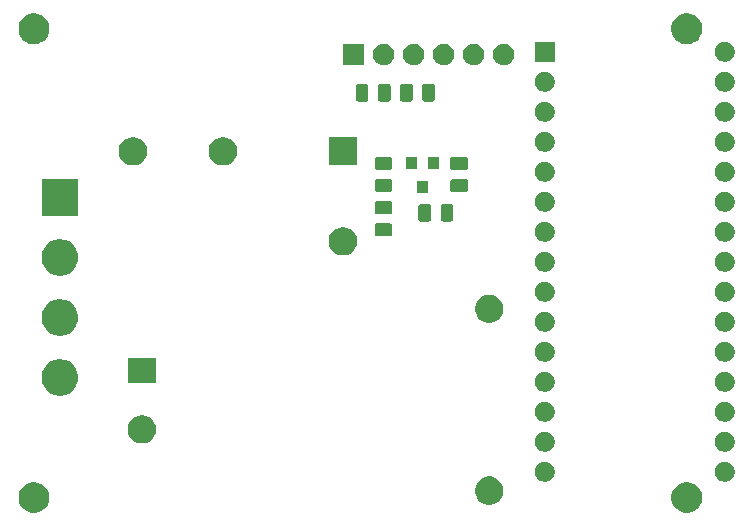
<source format=gbr>
%TF.GenerationSoftware,KiCad,Pcbnew,(5.1.5)-3*%
%TF.CreationDate,2020-10-03T11:48:18-03:00*%
%TF.ProjectId,interruptor_bluetooth V1.0,696e7465-7272-4757-9074-6f725f626c75,rev?*%
%TF.SameCoordinates,Original*%
%TF.FileFunction,Soldermask,Top*%
%TF.FilePolarity,Negative*%
%FSLAX46Y46*%
G04 Gerber Fmt 4.6, Leading zero omitted, Abs format (unit mm)*
G04 Created by KiCad (PCBNEW (5.1.5)-3) date 2020-10-03 11:48:18*
%MOMM*%
%LPD*%
G04 APERTURE LIST*
%ADD10C,0.100000*%
G04 APERTURE END LIST*
D10*
G36*
X189203087Y-102939796D02*
G01*
X189439853Y-103037868D01*
X189439855Y-103037869D01*
X189652939Y-103180247D01*
X189834153Y-103361461D01*
X189920182Y-103490212D01*
X189976532Y-103574547D01*
X190074604Y-103811313D01*
X190124600Y-104062661D01*
X190124600Y-104318939D01*
X190074604Y-104570287D01*
X189976532Y-104807053D01*
X189976531Y-104807055D01*
X189834153Y-105020139D01*
X189652939Y-105201353D01*
X189439855Y-105343731D01*
X189439854Y-105343732D01*
X189439853Y-105343732D01*
X189203087Y-105441804D01*
X188951739Y-105491800D01*
X188695461Y-105491800D01*
X188444113Y-105441804D01*
X188207347Y-105343732D01*
X188207346Y-105343732D01*
X188207345Y-105343731D01*
X187994261Y-105201353D01*
X187813047Y-105020139D01*
X187670669Y-104807055D01*
X187670668Y-104807053D01*
X187572596Y-104570287D01*
X187522600Y-104318939D01*
X187522600Y-104062661D01*
X187572596Y-103811313D01*
X187670668Y-103574547D01*
X187727019Y-103490212D01*
X187813047Y-103361461D01*
X187994261Y-103180247D01*
X188207345Y-103037869D01*
X188207347Y-103037868D01*
X188444113Y-102939796D01*
X188695461Y-102889800D01*
X188951739Y-102889800D01*
X189203087Y-102939796D01*
G37*
G36*
X133919987Y-102939796D02*
G01*
X134156753Y-103037868D01*
X134156755Y-103037869D01*
X134369839Y-103180247D01*
X134551053Y-103361461D01*
X134637082Y-103490212D01*
X134693432Y-103574547D01*
X134791504Y-103811313D01*
X134841500Y-104062661D01*
X134841500Y-104318939D01*
X134791504Y-104570287D01*
X134693432Y-104807053D01*
X134693431Y-104807055D01*
X134551053Y-105020139D01*
X134369839Y-105201353D01*
X134156755Y-105343731D01*
X134156754Y-105343732D01*
X134156753Y-105343732D01*
X133919987Y-105441804D01*
X133668639Y-105491800D01*
X133412361Y-105491800D01*
X133161013Y-105441804D01*
X132924247Y-105343732D01*
X132924246Y-105343732D01*
X132924245Y-105343731D01*
X132711161Y-105201353D01*
X132529947Y-105020139D01*
X132387569Y-104807055D01*
X132387568Y-104807053D01*
X132289496Y-104570287D01*
X132239500Y-104318939D01*
X132239500Y-104062661D01*
X132289496Y-103811313D01*
X132387568Y-103574547D01*
X132443919Y-103490212D01*
X132529947Y-103361461D01*
X132711161Y-103180247D01*
X132924245Y-103037869D01*
X132924247Y-103037868D01*
X133161013Y-102939796D01*
X133412361Y-102889800D01*
X133668639Y-102889800D01*
X133919987Y-102939796D01*
G37*
G36*
X172434818Y-102453653D02*
G01*
X172653385Y-102544187D01*
X172653387Y-102544188D01*
X172850093Y-102675622D01*
X173017378Y-102842907D01*
X173148812Y-103039613D01*
X173148813Y-103039615D01*
X173239347Y-103258182D01*
X173285500Y-103490210D01*
X173285500Y-103726790D01*
X173239347Y-103958818D01*
X173148813Y-104177385D01*
X173148812Y-104177387D01*
X173017378Y-104374093D01*
X172850093Y-104541378D01*
X172653387Y-104672812D01*
X172653386Y-104672813D01*
X172653385Y-104672813D01*
X172434818Y-104763347D01*
X172202790Y-104809500D01*
X171966210Y-104809500D01*
X171734182Y-104763347D01*
X171515615Y-104672813D01*
X171515614Y-104672813D01*
X171515613Y-104672812D01*
X171318907Y-104541378D01*
X171151622Y-104374093D01*
X171020188Y-104177387D01*
X171020187Y-104177385D01*
X170929653Y-103958818D01*
X170883500Y-103726790D01*
X170883500Y-103490210D01*
X170929653Y-103258182D01*
X171020187Y-103039615D01*
X171020188Y-103039613D01*
X171151622Y-102842907D01*
X171318907Y-102675622D01*
X171515613Y-102544188D01*
X171515615Y-102544187D01*
X171734182Y-102453653D01*
X171966210Y-102407500D01*
X172202790Y-102407500D01*
X172434818Y-102453653D01*
G37*
G36*
X192272228Y-101188103D02*
G01*
X192427100Y-101252253D01*
X192566481Y-101345385D01*
X192685015Y-101463919D01*
X192778147Y-101603300D01*
X192842297Y-101758172D01*
X192875000Y-101922584D01*
X192875000Y-102090216D01*
X192842297Y-102254628D01*
X192778147Y-102409500D01*
X192685015Y-102548881D01*
X192566481Y-102667415D01*
X192427100Y-102760547D01*
X192272228Y-102824697D01*
X192107816Y-102857400D01*
X191940184Y-102857400D01*
X191775772Y-102824697D01*
X191620900Y-102760547D01*
X191481519Y-102667415D01*
X191362985Y-102548881D01*
X191269853Y-102409500D01*
X191205703Y-102254628D01*
X191173000Y-102090216D01*
X191173000Y-101922584D01*
X191205703Y-101758172D01*
X191269853Y-101603300D01*
X191362985Y-101463919D01*
X191481519Y-101345385D01*
X191620900Y-101252253D01*
X191775772Y-101188103D01*
X191940184Y-101155400D01*
X192107816Y-101155400D01*
X192272228Y-101188103D01*
G37*
G36*
X177032228Y-101188103D02*
G01*
X177187100Y-101252253D01*
X177326481Y-101345385D01*
X177445015Y-101463919D01*
X177538147Y-101603300D01*
X177602297Y-101758172D01*
X177635000Y-101922584D01*
X177635000Y-102090216D01*
X177602297Y-102254628D01*
X177538147Y-102409500D01*
X177445015Y-102548881D01*
X177326481Y-102667415D01*
X177187100Y-102760547D01*
X177032228Y-102824697D01*
X176867816Y-102857400D01*
X176700184Y-102857400D01*
X176535772Y-102824697D01*
X176380900Y-102760547D01*
X176241519Y-102667415D01*
X176122985Y-102548881D01*
X176029853Y-102409500D01*
X175965703Y-102254628D01*
X175933000Y-102090216D01*
X175933000Y-101922584D01*
X175965703Y-101758172D01*
X176029853Y-101603300D01*
X176122985Y-101463919D01*
X176241519Y-101345385D01*
X176380900Y-101252253D01*
X176535772Y-101188103D01*
X176700184Y-101155400D01*
X176867816Y-101155400D01*
X177032228Y-101188103D01*
G37*
G36*
X192272228Y-98648103D02*
G01*
X192427100Y-98712253D01*
X192566481Y-98805385D01*
X192685015Y-98923919D01*
X192778147Y-99063300D01*
X192842297Y-99218172D01*
X192875000Y-99382584D01*
X192875000Y-99550216D01*
X192842297Y-99714628D01*
X192778147Y-99869500D01*
X192685015Y-100008881D01*
X192566481Y-100127415D01*
X192427100Y-100220547D01*
X192272228Y-100284697D01*
X192107816Y-100317400D01*
X191940184Y-100317400D01*
X191775772Y-100284697D01*
X191620900Y-100220547D01*
X191481519Y-100127415D01*
X191362985Y-100008881D01*
X191269853Y-99869500D01*
X191205703Y-99714628D01*
X191173000Y-99550216D01*
X191173000Y-99382584D01*
X191205703Y-99218172D01*
X191269853Y-99063300D01*
X191362985Y-98923919D01*
X191481519Y-98805385D01*
X191620900Y-98712253D01*
X191775772Y-98648103D01*
X191940184Y-98615400D01*
X192107816Y-98615400D01*
X192272228Y-98648103D01*
G37*
G36*
X177032228Y-98648103D02*
G01*
X177187100Y-98712253D01*
X177326481Y-98805385D01*
X177445015Y-98923919D01*
X177538147Y-99063300D01*
X177602297Y-99218172D01*
X177635000Y-99382584D01*
X177635000Y-99550216D01*
X177602297Y-99714628D01*
X177538147Y-99869500D01*
X177445015Y-100008881D01*
X177326481Y-100127415D01*
X177187100Y-100220547D01*
X177032228Y-100284697D01*
X176867816Y-100317400D01*
X176700184Y-100317400D01*
X176535772Y-100284697D01*
X176380900Y-100220547D01*
X176241519Y-100127415D01*
X176122985Y-100008881D01*
X176029853Y-99869500D01*
X175965703Y-99714628D01*
X175933000Y-99550216D01*
X175933000Y-99382584D01*
X175965703Y-99218172D01*
X176029853Y-99063300D01*
X176122985Y-98923919D01*
X176241519Y-98805385D01*
X176380900Y-98712253D01*
X176535772Y-98648103D01*
X176700184Y-98615400D01*
X176867816Y-98615400D01*
X177032228Y-98648103D01*
G37*
G36*
X143034818Y-97253653D02*
G01*
X143253385Y-97344187D01*
X143253387Y-97344188D01*
X143450093Y-97475622D01*
X143617378Y-97642907D01*
X143748812Y-97839613D01*
X143748813Y-97839615D01*
X143839347Y-98058182D01*
X143885500Y-98290210D01*
X143885500Y-98526790D01*
X143839347Y-98758818D01*
X143820058Y-98805385D01*
X143748812Y-98977387D01*
X143617378Y-99174093D01*
X143450093Y-99341378D01*
X143253387Y-99472812D01*
X143253386Y-99472813D01*
X143253385Y-99472813D01*
X143034818Y-99563347D01*
X142802790Y-99609500D01*
X142566210Y-99609500D01*
X142334182Y-99563347D01*
X142115615Y-99472813D01*
X142115614Y-99472813D01*
X142115613Y-99472812D01*
X141918907Y-99341378D01*
X141751622Y-99174093D01*
X141620188Y-98977387D01*
X141548942Y-98805385D01*
X141529653Y-98758818D01*
X141483500Y-98526790D01*
X141483500Y-98290210D01*
X141529653Y-98058182D01*
X141620187Y-97839615D01*
X141620188Y-97839613D01*
X141751622Y-97642907D01*
X141918907Y-97475622D01*
X142115613Y-97344188D01*
X142115615Y-97344187D01*
X142334182Y-97253653D01*
X142566210Y-97207500D01*
X142802790Y-97207500D01*
X143034818Y-97253653D01*
G37*
G36*
X192272228Y-96108103D02*
G01*
X192427100Y-96172253D01*
X192566481Y-96265385D01*
X192685015Y-96383919D01*
X192778147Y-96523300D01*
X192842297Y-96678172D01*
X192875000Y-96842584D01*
X192875000Y-97010216D01*
X192842297Y-97174628D01*
X192778147Y-97329500D01*
X192685015Y-97468881D01*
X192566481Y-97587415D01*
X192427100Y-97680547D01*
X192272228Y-97744697D01*
X192107816Y-97777400D01*
X191940184Y-97777400D01*
X191775772Y-97744697D01*
X191620900Y-97680547D01*
X191481519Y-97587415D01*
X191362985Y-97468881D01*
X191269853Y-97329500D01*
X191205703Y-97174628D01*
X191173000Y-97010216D01*
X191173000Y-96842584D01*
X191205703Y-96678172D01*
X191269853Y-96523300D01*
X191362985Y-96383919D01*
X191481519Y-96265385D01*
X191620900Y-96172253D01*
X191775772Y-96108103D01*
X191940184Y-96075400D01*
X192107816Y-96075400D01*
X192272228Y-96108103D01*
G37*
G36*
X177032228Y-96108103D02*
G01*
X177187100Y-96172253D01*
X177326481Y-96265385D01*
X177445015Y-96383919D01*
X177538147Y-96523300D01*
X177602297Y-96678172D01*
X177635000Y-96842584D01*
X177635000Y-97010216D01*
X177602297Y-97174628D01*
X177538147Y-97329500D01*
X177445015Y-97468881D01*
X177326481Y-97587415D01*
X177187100Y-97680547D01*
X177032228Y-97744697D01*
X176867816Y-97777400D01*
X176700184Y-97777400D01*
X176535772Y-97744697D01*
X176380900Y-97680547D01*
X176241519Y-97587415D01*
X176122985Y-97468881D01*
X176029853Y-97329500D01*
X175965703Y-97174628D01*
X175933000Y-97010216D01*
X175933000Y-96842584D01*
X175965703Y-96678172D01*
X176029853Y-96523300D01*
X176122985Y-96383919D01*
X176241519Y-96265385D01*
X176380900Y-96172253D01*
X176535772Y-96108103D01*
X176700184Y-96075400D01*
X176867816Y-96075400D01*
X177032228Y-96108103D01*
G37*
G36*
X136029190Y-92507415D02*
G01*
X136190010Y-92539404D01*
X136472274Y-92656321D01*
X136726305Y-92826059D01*
X136942341Y-93042095D01*
X137112079Y-93296126D01*
X137228996Y-93578390D01*
X137228996Y-93578391D01*
X137288600Y-93878039D01*
X137288600Y-94183561D01*
X137258798Y-94333385D01*
X137228996Y-94483210D01*
X137112079Y-94765474D01*
X136942341Y-95019505D01*
X136726305Y-95235541D01*
X136472274Y-95405279D01*
X136190010Y-95522196D01*
X136040185Y-95551998D01*
X135890361Y-95581800D01*
X135584839Y-95581800D01*
X135435015Y-95551998D01*
X135285190Y-95522196D01*
X135002926Y-95405279D01*
X134748895Y-95235541D01*
X134532859Y-95019505D01*
X134363121Y-94765474D01*
X134246204Y-94483210D01*
X134216402Y-94333385D01*
X134186600Y-94183561D01*
X134186600Y-93878039D01*
X134246204Y-93578391D01*
X134246204Y-93578390D01*
X134363121Y-93296126D01*
X134532859Y-93042095D01*
X134748895Y-92826059D01*
X135002926Y-92656321D01*
X135285190Y-92539404D01*
X135446010Y-92507415D01*
X135584839Y-92479800D01*
X135890361Y-92479800D01*
X136029190Y-92507415D01*
G37*
G36*
X192272228Y-93568103D02*
G01*
X192427100Y-93632253D01*
X192566481Y-93725385D01*
X192685015Y-93843919D01*
X192778147Y-93983300D01*
X192842297Y-94138172D01*
X192875000Y-94302584D01*
X192875000Y-94470216D01*
X192842297Y-94634628D01*
X192778147Y-94789500D01*
X192685015Y-94928881D01*
X192566481Y-95047415D01*
X192427100Y-95140547D01*
X192272228Y-95204697D01*
X192107816Y-95237400D01*
X191940184Y-95237400D01*
X191775772Y-95204697D01*
X191620900Y-95140547D01*
X191481519Y-95047415D01*
X191362985Y-94928881D01*
X191269853Y-94789500D01*
X191205703Y-94634628D01*
X191173000Y-94470216D01*
X191173000Y-94302584D01*
X191205703Y-94138172D01*
X191269853Y-93983300D01*
X191362985Y-93843919D01*
X191481519Y-93725385D01*
X191620900Y-93632253D01*
X191775772Y-93568103D01*
X191940184Y-93535400D01*
X192107816Y-93535400D01*
X192272228Y-93568103D01*
G37*
G36*
X177032228Y-93568103D02*
G01*
X177187100Y-93632253D01*
X177326481Y-93725385D01*
X177445015Y-93843919D01*
X177538147Y-93983300D01*
X177602297Y-94138172D01*
X177635000Y-94302584D01*
X177635000Y-94470216D01*
X177602297Y-94634628D01*
X177538147Y-94789500D01*
X177445015Y-94928881D01*
X177326481Y-95047415D01*
X177187100Y-95140547D01*
X177032228Y-95204697D01*
X176867816Y-95237400D01*
X176700184Y-95237400D01*
X176535772Y-95204697D01*
X176380900Y-95140547D01*
X176241519Y-95047415D01*
X176122985Y-94928881D01*
X176029853Y-94789500D01*
X175965703Y-94634628D01*
X175933000Y-94470216D01*
X175933000Y-94302584D01*
X175965703Y-94138172D01*
X176029853Y-93983300D01*
X176122985Y-93843919D01*
X176241519Y-93725385D01*
X176380900Y-93632253D01*
X176535772Y-93568103D01*
X176700184Y-93535400D01*
X176867816Y-93535400D01*
X177032228Y-93568103D01*
G37*
G36*
X143885500Y-94459500D02*
G01*
X141483500Y-94459500D01*
X141483500Y-92357500D01*
X143885500Y-92357500D01*
X143885500Y-94459500D01*
G37*
G36*
X192272228Y-91028103D02*
G01*
X192427100Y-91092253D01*
X192566481Y-91185385D01*
X192685015Y-91303919D01*
X192778147Y-91443300D01*
X192842297Y-91598172D01*
X192875000Y-91762584D01*
X192875000Y-91930216D01*
X192842297Y-92094628D01*
X192778147Y-92249500D01*
X192685015Y-92388881D01*
X192566481Y-92507415D01*
X192427100Y-92600547D01*
X192272228Y-92664697D01*
X192107816Y-92697400D01*
X191940184Y-92697400D01*
X191775772Y-92664697D01*
X191620900Y-92600547D01*
X191481519Y-92507415D01*
X191362985Y-92388881D01*
X191269853Y-92249500D01*
X191205703Y-92094628D01*
X191173000Y-91930216D01*
X191173000Y-91762584D01*
X191205703Y-91598172D01*
X191269853Y-91443300D01*
X191362985Y-91303919D01*
X191481519Y-91185385D01*
X191620900Y-91092253D01*
X191775772Y-91028103D01*
X191940184Y-90995400D01*
X192107816Y-90995400D01*
X192272228Y-91028103D01*
G37*
G36*
X177032228Y-91028103D02*
G01*
X177187100Y-91092253D01*
X177326481Y-91185385D01*
X177445015Y-91303919D01*
X177538147Y-91443300D01*
X177602297Y-91598172D01*
X177635000Y-91762584D01*
X177635000Y-91930216D01*
X177602297Y-92094628D01*
X177538147Y-92249500D01*
X177445015Y-92388881D01*
X177326481Y-92507415D01*
X177187100Y-92600547D01*
X177032228Y-92664697D01*
X176867816Y-92697400D01*
X176700184Y-92697400D01*
X176535772Y-92664697D01*
X176380900Y-92600547D01*
X176241519Y-92507415D01*
X176122985Y-92388881D01*
X176029853Y-92249500D01*
X175965703Y-92094628D01*
X175933000Y-91930216D01*
X175933000Y-91762584D01*
X175965703Y-91598172D01*
X176029853Y-91443300D01*
X176122985Y-91303919D01*
X176241519Y-91185385D01*
X176380900Y-91092253D01*
X176535772Y-91028103D01*
X176700184Y-90995400D01*
X176867816Y-90995400D01*
X177032228Y-91028103D01*
G37*
G36*
X136029190Y-87427415D02*
G01*
X136190010Y-87459404D01*
X136472274Y-87576321D01*
X136726305Y-87746059D01*
X136942341Y-87962095D01*
X137112079Y-88216126D01*
X137228996Y-88498390D01*
X137228996Y-88498391D01*
X137288600Y-88798039D01*
X137288600Y-89103561D01*
X137258798Y-89253385D01*
X137228996Y-89403210D01*
X137112079Y-89685474D01*
X136942341Y-89939505D01*
X136726305Y-90155541D01*
X136472274Y-90325279D01*
X136190010Y-90442196D01*
X136040185Y-90471998D01*
X135890361Y-90501800D01*
X135584839Y-90501800D01*
X135435015Y-90471998D01*
X135285190Y-90442196D01*
X135002926Y-90325279D01*
X134748895Y-90155541D01*
X134532859Y-89939505D01*
X134363121Y-89685474D01*
X134246204Y-89403210D01*
X134216402Y-89253385D01*
X134186600Y-89103561D01*
X134186600Y-88798039D01*
X134246204Y-88498391D01*
X134246204Y-88498390D01*
X134363121Y-88216126D01*
X134532859Y-87962095D01*
X134748895Y-87746059D01*
X135002926Y-87576321D01*
X135285190Y-87459404D01*
X135446010Y-87427415D01*
X135584839Y-87399800D01*
X135890361Y-87399800D01*
X136029190Y-87427415D01*
G37*
G36*
X177032228Y-88488103D02*
G01*
X177187100Y-88552253D01*
X177326481Y-88645385D01*
X177445015Y-88763919D01*
X177538147Y-88903300D01*
X177602297Y-89058172D01*
X177635000Y-89222584D01*
X177635000Y-89390216D01*
X177602297Y-89554628D01*
X177538147Y-89709500D01*
X177445015Y-89848881D01*
X177326481Y-89967415D01*
X177187100Y-90060547D01*
X177032228Y-90124697D01*
X176867816Y-90157400D01*
X176700184Y-90157400D01*
X176535772Y-90124697D01*
X176380900Y-90060547D01*
X176241519Y-89967415D01*
X176122985Y-89848881D01*
X176029853Y-89709500D01*
X175965703Y-89554628D01*
X175933000Y-89390216D01*
X175933000Y-89222584D01*
X175965703Y-89058172D01*
X176029853Y-88903300D01*
X176122985Y-88763919D01*
X176241519Y-88645385D01*
X176380900Y-88552253D01*
X176535772Y-88488103D01*
X176700184Y-88455400D01*
X176867816Y-88455400D01*
X177032228Y-88488103D01*
G37*
G36*
X192272228Y-88488103D02*
G01*
X192427100Y-88552253D01*
X192566481Y-88645385D01*
X192685015Y-88763919D01*
X192778147Y-88903300D01*
X192842297Y-89058172D01*
X192875000Y-89222584D01*
X192875000Y-89390216D01*
X192842297Y-89554628D01*
X192778147Y-89709500D01*
X192685015Y-89848881D01*
X192566481Y-89967415D01*
X192427100Y-90060547D01*
X192272228Y-90124697D01*
X192107816Y-90157400D01*
X191940184Y-90157400D01*
X191775772Y-90124697D01*
X191620900Y-90060547D01*
X191481519Y-89967415D01*
X191362985Y-89848881D01*
X191269853Y-89709500D01*
X191205703Y-89554628D01*
X191173000Y-89390216D01*
X191173000Y-89222584D01*
X191205703Y-89058172D01*
X191269853Y-88903300D01*
X191362985Y-88763919D01*
X191481519Y-88645385D01*
X191620900Y-88552253D01*
X191775772Y-88488103D01*
X191940184Y-88455400D01*
X192107816Y-88455400D01*
X192272228Y-88488103D01*
G37*
G36*
X172434818Y-87053653D02*
G01*
X172653385Y-87144187D01*
X172653387Y-87144188D01*
X172850093Y-87275622D01*
X173017378Y-87442907D01*
X173148812Y-87639613D01*
X173148813Y-87639615D01*
X173239347Y-87858182D01*
X173285500Y-88090210D01*
X173285500Y-88326790D01*
X173239347Y-88558818D01*
X173154391Y-88763919D01*
X173148812Y-88777387D01*
X173017378Y-88974093D01*
X172850093Y-89141378D01*
X172653387Y-89272812D01*
X172653386Y-89272813D01*
X172653385Y-89272813D01*
X172434818Y-89363347D01*
X172202790Y-89409500D01*
X171966210Y-89409500D01*
X171734182Y-89363347D01*
X171515615Y-89272813D01*
X171515614Y-89272813D01*
X171515613Y-89272812D01*
X171318907Y-89141378D01*
X171151622Y-88974093D01*
X171020188Y-88777387D01*
X171014609Y-88763919D01*
X170929653Y-88558818D01*
X170883500Y-88326790D01*
X170883500Y-88090210D01*
X170929653Y-87858182D01*
X171020187Y-87639615D01*
X171020188Y-87639613D01*
X171151622Y-87442907D01*
X171318907Y-87275622D01*
X171515613Y-87144188D01*
X171515615Y-87144187D01*
X171734182Y-87053653D01*
X171966210Y-87007500D01*
X172202790Y-87007500D01*
X172434818Y-87053653D01*
G37*
G36*
X177032228Y-85948103D02*
G01*
X177187100Y-86012253D01*
X177326481Y-86105385D01*
X177445015Y-86223919D01*
X177538147Y-86363300D01*
X177602297Y-86518172D01*
X177635000Y-86682584D01*
X177635000Y-86850216D01*
X177602297Y-87014628D01*
X177538147Y-87169500D01*
X177445015Y-87308881D01*
X177326481Y-87427415D01*
X177187100Y-87520547D01*
X177032228Y-87584697D01*
X176867816Y-87617400D01*
X176700184Y-87617400D01*
X176535772Y-87584697D01*
X176380900Y-87520547D01*
X176241519Y-87427415D01*
X176122985Y-87308881D01*
X176029853Y-87169500D01*
X175965703Y-87014628D01*
X175933000Y-86850216D01*
X175933000Y-86682584D01*
X175965703Y-86518172D01*
X176029853Y-86363300D01*
X176122985Y-86223919D01*
X176241519Y-86105385D01*
X176380900Y-86012253D01*
X176535772Y-85948103D01*
X176700184Y-85915400D01*
X176867816Y-85915400D01*
X177032228Y-85948103D01*
G37*
G36*
X192272228Y-85948103D02*
G01*
X192427100Y-86012253D01*
X192566481Y-86105385D01*
X192685015Y-86223919D01*
X192778147Y-86363300D01*
X192842297Y-86518172D01*
X192875000Y-86682584D01*
X192875000Y-86850216D01*
X192842297Y-87014628D01*
X192778147Y-87169500D01*
X192685015Y-87308881D01*
X192566481Y-87427415D01*
X192427100Y-87520547D01*
X192272228Y-87584697D01*
X192107816Y-87617400D01*
X191940184Y-87617400D01*
X191775772Y-87584697D01*
X191620900Y-87520547D01*
X191481519Y-87427415D01*
X191362985Y-87308881D01*
X191269853Y-87169500D01*
X191205703Y-87014628D01*
X191173000Y-86850216D01*
X191173000Y-86682584D01*
X191205703Y-86518172D01*
X191269853Y-86363300D01*
X191362985Y-86223919D01*
X191481519Y-86105385D01*
X191620900Y-86012253D01*
X191775772Y-85948103D01*
X191940184Y-85915400D01*
X192107816Y-85915400D01*
X192272228Y-85948103D01*
G37*
G36*
X136029190Y-82347415D02*
G01*
X136190010Y-82379404D01*
X136472274Y-82496321D01*
X136726305Y-82666059D01*
X136942341Y-82882095D01*
X137112079Y-83136126D01*
X137228996Y-83418390D01*
X137239710Y-83472252D01*
X137288600Y-83718039D01*
X137288600Y-84023561D01*
X137258798Y-84173385D01*
X137228996Y-84323210D01*
X137112079Y-84605474D01*
X136942341Y-84859505D01*
X136726305Y-85075541D01*
X136472274Y-85245279D01*
X136190010Y-85362196D01*
X136040185Y-85391998D01*
X135890361Y-85421800D01*
X135584839Y-85421800D01*
X135435015Y-85391998D01*
X135285190Y-85362196D01*
X135002926Y-85245279D01*
X134748895Y-85075541D01*
X134532859Y-84859505D01*
X134363121Y-84605474D01*
X134246204Y-84323210D01*
X134216402Y-84173385D01*
X134186600Y-84023561D01*
X134186600Y-83718039D01*
X134235490Y-83472252D01*
X134246204Y-83418390D01*
X134363121Y-83136126D01*
X134532859Y-82882095D01*
X134748895Y-82666059D01*
X135002926Y-82496321D01*
X135285190Y-82379404D01*
X135446010Y-82347415D01*
X135584839Y-82319800D01*
X135890361Y-82319800D01*
X136029190Y-82347415D01*
G37*
G36*
X177032228Y-83408103D02*
G01*
X177187100Y-83472253D01*
X177326481Y-83565385D01*
X177445015Y-83683919D01*
X177538147Y-83823300D01*
X177602297Y-83978172D01*
X177635000Y-84142584D01*
X177635000Y-84310216D01*
X177602297Y-84474628D01*
X177538147Y-84629500D01*
X177445015Y-84768881D01*
X177326481Y-84887415D01*
X177187100Y-84980547D01*
X177032228Y-85044697D01*
X176867816Y-85077400D01*
X176700184Y-85077400D01*
X176535772Y-85044697D01*
X176380900Y-84980547D01*
X176241519Y-84887415D01*
X176122985Y-84768881D01*
X176029853Y-84629500D01*
X175965703Y-84474628D01*
X175933000Y-84310216D01*
X175933000Y-84142584D01*
X175965703Y-83978172D01*
X176029853Y-83823300D01*
X176122985Y-83683919D01*
X176241519Y-83565385D01*
X176380900Y-83472253D01*
X176535772Y-83408103D01*
X176700184Y-83375400D01*
X176867816Y-83375400D01*
X177032228Y-83408103D01*
G37*
G36*
X192272228Y-83408103D02*
G01*
X192427100Y-83472253D01*
X192566481Y-83565385D01*
X192685015Y-83683919D01*
X192778147Y-83823300D01*
X192842297Y-83978172D01*
X192875000Y-84142584D01*
X192875000Y-84310216D01*
X192842297Y-84474628D01*
X192778147Y-84629500D01*
X192685015Y-84768881D01*
X192566481Y-84887415D01*
X192427100Y-84980547D01*
X192272228Y-85044697D01*
X192107816Y-85077400D01*
X191940184Y-85077400D01*
X191775772Y-85044697D01*
X191620900Y-84980547D01*
X191481519Y-84887415D01*
X191362985Y-84768881D01*
X191269853Y-84629500D01*
X191205703Y-84474628D01*
X191173000Y-84310216D01*
X191173000Y-84142584D01*
X191205703Y-83978172D01*
X191269853Y-83823300D01*
X191362985Y-83683919D01*
X191481519Y-83565385D01*
X191620900Y-83472253D01*
X191775772Y-83408103D01*
X191940184Y-83375400D01*
X192107816Y-83375400D01*
X192272228Y-83408103D01*
G37*
G36*
X160052818Y-81331653D02*
G01*
X160271385Y-81422187D01*
X160271387Y-81422188D01*
X160468093Y-81553622D01*
X160635378Y-81720907D01*
X160749008Y-81890968D01*
X160766813Y-81917615D01*
X160857347Y-82136182D01*
X160903500Y-82368210D01*
X160903500Y-82604790D01*
X160857347Y-82836818D01*
X160838592Y-82882096D01*
X160766812Y-83055387D01*
X160635378Y-83252093D01*
X160468093Y-83419378D01*
X160271387Y-83550812D01*
X160271386Y-83550813D01*
X160271385Y-83550813D01*
X160052818Y-83641347D01*
X159820790Y-83687500D01*
X159584210Y-83687500D01*
X159352182Y-83641347D01*
X159133615Y-83550813D01*
X159133614Y-83550813D01*
X159133613Y-83550812D01*
X158936907Y-83419378D01*
X158769622Y-83252093D01*
X158638188Y-83055387D01*
X158566408Y-82882096D01*
X158547653Y-82836818D01*
X158501500Y-82604790D01*
X158501500Y-82368210D01*
X158547653Y-82136182D01*
X158638187Y-81917615D01*
X158655992Y-81890968D01*
X158769622Y-81720907D01*
X158936907Y-81553622D01*
X159133613Y-81422188D01*
X159133615Y-81422187D01*
X159352182Y-81331653D01*
X159584210Y-81285500D01*
X159820790Y-81285500D01*
X160052818Y-81331653D01*
G37*
G36*
X192272228Y-80868103D02*
G01*
X192427100Y-80932253D01*
X192566481Y-81025385D01*
X192685015Y-81143919D01*
X192778147Y-81283300D01*
X192842297Y-81438172D01*
X192875000Y-81602584D01*
X192875000Y-81770216D01*
X192842297Y-81934628D01*
X192778147Y-82089500D01*
X192685015Y-82228881D01*
X192566481Y-82347415D01*
X192427100Y-82440547D01*
X192272228Y-82504697D01*
X192107816Y-82537400D01*
X191940184Y-82537400D01*
X191775772Y-82504697D01*
X191620900Y-82440547D01*
X191481519Y-82347415D01*
X191362985Y-82228881D01*
X191269853Y-82089500D01*
X191205703Y-81934628D01*
X191173000Y-81770216D01*
X191173000Y-81602584D01*
X191205703Y-81438172D01*
X191269853Y-81283300D01*
X191362985Y-81143919D01*
X191481519Y-81025385D01*
X191620900Y-80932253D01*
X191775772Y-80868103D01*
X191940184Y-80835400D01*
X192107816Y-80835400D01*
X192272228Y-80868103D01*
G37*
G36*
X177032228Y-80868103D02*
G01*
X177187100Y-80932253D01*
X177326481Y-81025385D01*
X177445015Y-81143919D01*
X177538147Y-81283300D01*
X177602297Y-81438172D01*
X177635000Y-81602584D01*
X177635000Y-81770216D01*
X177602297Y-81934628D01*
X177538147Y-82089500D01*
X177445015Y-82228881D01*
X177326481Y-82347415D01*
X177187100Y-82440547D01*
X177032228Y-82504697D01*
X176867816Y-82537400D01*
X176700184Y-82537400D01*
X176535772Y-82504697D01*
X176380900Y-82440547D01*
X176241519Y-82347415D01*
X176122985Y-82228881D01*
X176029853Y-82089500D01*
X175965703Y-81934628D01*
X175933000Y-81770216D01*
X175933000Y-81602584D01*
X175965703Y-81438172D01*
X176029853Y-81283300D01*
X176122985Y-81143919D01*
X176241519Y-81025385D01*
X176380900Y-80932253D01*
X176535772Y-80868103D01*
X176700184Y-80835400D01*
X176867816Y-80835400D01*
X177032228Y-80868103D01*
G37*
G36*
X163715968Y-80985065D02*
G01*
X163754638Y-80996796D01*
X163790277Y-81015846D01*
X163821517Y-81041483D01*
X163847154Y-81072723D01*
X163866204Y-81108362D01*
X163877935Y-81147032D01*
X163882500Y-81193388D01*
X163882500Y-81844612D01*
X163877935Y-81890968D01*
X163866204Y-81929638D01*
X163847154Y-81965277D01*
X163821517Y-81996517D01*
X163790277Y-82022154D01*
X163754638Y-82041204D01*
X163715968Y-82052935D01*
X163669612Y-82057500D01*
X162593388Y-82057500D01*
X162547032Y-82052935D01*
X162508362Y-82041204D01*
X162472723Y-82022154D01*
X162441483Y-81996517D01*
X162415846Y-81965277D01*
X162396796Y-81929638D01*
X162385065Y-81890968D01*
X162380500Y-81844612D01*
X162380500Y-81193388D01*
X162385065Y-81147032D01*
X162396796Y-81108362D01*
X162415846Y-81072723D01*
X162441483Y-81041483D01*
X162472723Y-81015846D01*
X162508362Y-80996796D01*
X162547032Y-80985065D01*
X162593388Y-80980500D01*
X163669612Y-80980500D01*
X163715968Y-80985065D01*
G37*
G36*
X168885968Y-79327065D02*
G01*
X168924638Y-79338796D01*
X168960277Y-79357846D01*
X168991517Y-79383483D01*
X169017154Y-79414723D01*
X169036204Y-79450362D01*
X169047935Y-79489032D01*
X169052500Y-79535388D01*
X169052500Y-80611612D01*
X169047935Y-80657968D01*
X169036204Y-80696638D01*
X169017154Y-80732277D01*
X168991517Y-80763517D01*
X168960277Y-80789154D01*
X168924638Y-80808204D01*
X168885968Y-80819935D01*
X168839612Y-80824500D01*
X168188388Y-80824500D01*
X168142032Y-80819935D01*
X168103362Y-80808204D01*
X168067723Y-80789154D01*
X168036483Y-80763517D01*
X168010846Y-80732277D01*
X167991796Y-80696638D01*
X167980065Y-80657968D01*
X167975500Y-80611612D01*
X167975500Y-79535388D01*
X167980065Y-79489032D01*
X167991796Y-79450362D01*
X168010846Y-79414723D01*
X168036483Y-79383483D01*
X168067723Y-79357846D01*
X168103362Y-79338796D01*
X168142032Y-79327065D01*
X168188388Y-79322500D01*
X168839612Y-79322500D01*
X168885968Y-79327065D01*
G37*
G36*
X167010968Y-79327065D02*
G01*
X167049638Y-79338796D01*
X167085277Y-79357846D01*
X167116517Y-79383483D01*
X167142154Y-79414723D01*
X167161204Y-79450362D01*
X167172935Y-79489032D01*
X167177500Y-79535388D01*
X167177500Y-80611612D01*
X167172935Y-80657968D01*
X167161204Y-80696638D01*
X167142154Y-80732277D01*
X167116517Y-80763517D01*
X167085277Y-80789154D01*
X167049638Y-80808204D01*
X167010968Y-80819935D01*
X166964612Y-80824500D01*
X166313388Y-80824500D01*
X166267032Y-80819935D01*
X166228362Y-80808204D01*
X166192723Y-80789154D01*
X166161483Y-80763517D01*
X166135846Y-80732277D01*
X166116796Y-80696638D01*
X166105065Y-80657968D01*
X166100500Y-80611612D01*
X166100500Y-79535388D01*
X166105065Y-79489032D01*
X166116796Y-79450362D01*
X166135846Y-79414723D01*
X166161483Y-79383483D01*
X166192723Y-79357846D01*
X166228362Y-79338796D01*
X166267032Y-79327065D01*
X166313388Y-79322500D01*
X166964612Y-79322500D01*
X167010968Y-79327065D01*
G37*
G36*
X137288600Y-80341800D02*
G01*
X134186600Y-80341800D01*
X134186600Y-77239800D01*
X137288600Y-77239800D01*
X137288600Y-80341800D01*
G37*
G36*
X163715968Y-79110065D02*
G01*
X163754638Y-79121796D01*
X163790277Y-79140846D01*
X163821517Y-79166483D01*
X163847154Y-79197723D01*
X163866204Y-79233362D01*
X163877935Y-79272032D01*
X163882500Y-79318388D01*
X163882500Y-79969612D01*
X163877935Y-80015968D01*
X163866204Y-80054638D01*
X163847154Y-80090277D01*
X163821517Y-80121517D01*
X163790277Y-80147154D01*
X163754638Y-80166204D01*
X163715968Y-80177935D01*
X163669612Y-80182500D01*
X162593388Y-80182500D01*
X162547032Y-80177935D01*
X162508362Y-80166204D01*
X162472723Y-80147154D01*
X162441483Y-80121517D01*
X162415846Y-80090277D01*
X162396796Y-80054638D01*
X162385065Y-80015968D01*
X162380500Y-79969612D01*
X162380500Y-79318388D01*
X162385065Y-79272032D01*
X162396796Y-79233362D01*
X162415846Y-79197723D01*
X162441483Y-79166483D01*
X162472723Y-79140846D01*
X162508362Y-79121796D01*
X162547032Y-79110065D01*
X162593388Y-79105500D01*
X163669612Y-79105500D01*
X163715968Y-79110065D01*
G37*
G36*
X192272228Y-78328103D02*
G01*
X192427100Y-78392253D01*
X192566481Y-78485385D01*
X192685015Y-78603919D01*
X192778147Y-78743300D01*
X192842297Y-78898172D01*
X192875000Y-79062584D01*
X192875000Y-79230216D01*
X192842297Y-79394628D01*
X192778147Y-79549500D01*
X192685015Y-79688881D01*
X192566481Y-79807415D01*
X192427100Y-79900547D01*
X192272228Y-79964697D01*
X192107816Y-79997400D01*
X191940184Y-79997400D01*
X191775772Y-79964697D01*
X191620900Y-79900547D01*
X191481519Y-79807415D01*
X191362985Y-79688881D01*
X191269853Y-79549500D01*
X191205703Y-79394628D01*
X191173000Y-79230216D01*
X191173000Y-79062584D01*
X191205703Y-78898172D01*
X191269853Y-78743300D01*
X191362985Y-78603919D01*
X191481519Y-78485385D01*
X191620900Y-78392253D01*
X191775772Y-78328103D01*
X191940184Y-78295400D01*
X192107816Y-78295400D01*
X192272228Y-78328103D01*
G37*
G36*
X177032228Y-78328103D02*
G01*
X177187100Y-78392253D01*
X177326481Y-78485385D01*
X177445015Y-78603919D01*
X177538147Y-78743300D01*
X177602297Y-78898172D01*
X177635000Y-79062584D01*
X177635000Y-79230216D01*
X177602297Y-79394628D01*
X177538147Y-79549500D01*
X177445015Y-79688881D01*
X177326481Y-79807415D01*
X177187100Y-79900547D01*
X177032228Y-79964697D01*
X176867816Y-79997400D01*
X176700184Y-79997400D01*
X176535772Y-79964697D01*
X176380900Y-79900547D01*
X176241519Y-79807415D01*
X176122985Y-79688881D01*
X176029853Y-79549500D01*
X175965703Y-79394628D01*
X175933000Y-79230216D01*
X175933000Y-79062584D01*
X175965703Y-78898172D01*
X176029853Y-78743300D01*
X176122985Y-78603919D01*
X176241519Y-78485385D01*
X176380900Y-78392253D01*
X176535772Y-78328103D01*
X176700184Y-78295400D01*
X176867816Y-78295400D01*
X177032228Y-78328103D01*
G37*
G36*
X166884500Y-78399500D02*
G01*
X165982500Y-78399500D01*
X165982500Y-77397500D01*
X166884500Y-77397500D01*
X166884500Y-78399500D01*
G37*
G36*
X163715968Y-77238565D02*
G01*
X163754638Y-77250296D01*
X163790277Y-77269346D01*
X163821517Y-77294983D01*
X163847154Y-77326223D01*
X163866204Y-77361862D01*
X163877935Y-77400532D01*
X163882500Y-77446888D01*
X163882500Y-78098112D01*
X163877935Y-78144468D01*
X163866204Y-78183138D01*
X163847154Y-78218777D01*
X163821517Y-78250017D01*
X163790277Y-78275654D01*
X163754638Y-78294704D01*
X163715968Y-78306435D01*
X163669612Y-78311000D01*
X162593388Y-78311000D01*
X162547032Y-78306435D01*
X162508362Y-78294704D01*
X162472723Y-78275654D01*
X162441483Y-78250017D01*
X162415846Y-78218777D01*
X162396796Y-78183138D01*
X162385065Y-78144468D01*
X162380500Y-78098112D01*
X162380500Y-77446888D01*
X162385065Y-77400532D01*
X162396796Y-77361862D01*
X162415846Y-77326223D01*
X162441483Y-77294983D01*
X162472723Y-77269346D01*
X162508362Y-77250296D01*
X162547032Y-77238565D01*
X162593388Y-77234000D01*
X163669612Y-77234000D01*
X163715968Y-77238565D01*
G37*
G36*
X170129468Y-77238565D02*
G01*
X170168138Y-77250296D01*
X170203777Y-77269346D01*
X170235017Y-77294983D01*
X170260654Y-77326223D01*
X170279704Y-77361862D01*
X170291435Y-77400532D01*
X170296000Y-77446888D01*
X170296000Y-78098112D01*
X170291435Y-78144468D01*
X170279704Y-78183138D01*
X170260654Y-78218777D01*
X170235017Y-78250017D01*
X170203777Y-78275654D01*
X170168138Y-78294704D01*
X170129468Y-78306435D01*
X170083112Y-78311000D01*
X169006888Y-78311000D01*
X168960532Y-78306435D01*
X168921862Y-78294704D01*
X168886223Y-78275654D01*
X168854983Y-78250017D01*
X168829346Y-78218777D01*
X168810296Y-78183138D01*
X168798565Y-78144468D01*
X168794000Y-78098112D01*
X168794000Y-77446888D01*
X168798565Y-77400532D01*
X168810296Y-77361862D01*
X168829346Y-77326223D01*
X168854983Y-77294983D01*
X168886223Y-77269346D01*
X168921862Y-77250296D01*
X168960532Y-77238565D01*
X169006888Y-77234000D01*
X170083112Y-77234000D01*
X170129468Y-77238565D01*
G37*
G36*
X177032228Y-75788103D02*
G01*
X177187100Y-75852253D01*
X177326481Y-75945385D01*
X177445015Y-76063919D01*
X177538147Y-76203300D01*
X177602297Y-76358172D01*
X177635000Y-76522584D01*
X177635000Y-76690216D01*
X177602297Y-76854628D01*
X177538147Y-77009500D01*
X177445015Y-77148881D01*
X177326481Y-77267415D01*
X177187100Y-77360547D01*
X177032228Y-77424697D01*
X176867816Y-77457400D01*
X176700184Y-77457400D01*
X176535772Y-77424697D01*
X176380900Y-77360547D01*
X176241519Y-77267415D01*
X176122985Y-77148881D01*
X176029853Y-77009500D01*
X175965703Y-76854628D01*
X175933000Y-76690216D01*
X175933000Y-76522584D01*
X175965703Y-76358172D01*
X176029853Y-76203300D01*
X176122985Y-76063919D01*
X176241519Y-75945385D01*
X176380900Y-75852253D01*
X176535772Y-75788103D01*
X176700184Y-75755400D01*
X176867816Y-75755400D01*
X177032228Y-75788103D01*
G37*
G36*
X192272228Y-75788103D02*
G01*
X192427100Y-75852253D01*
X192566481Y-75945385D01*
X192685015Y-76063919D01*
X192778147Y-76203300D01*
X192842297Y-76358172D01*
X192875000Y-76522584D01*
X192875000Y-76690216D01*
X192842297Y-76854628D01*
X192778147Y-77009500D01*
X192685015Y-77148881D01*
X192566481Y-77267415D01*
X192427100Y-77360547D01*
X192272228Y-77424697D01*
X192107816Y-77457400D01*
X191940184Y-77457400D01*
X191775772Y-77424697D01*
X191620900Y-77360547D01*
X191481519Y-77267415D01*
X191362985Y-77148881D01*
X191269853Y-77009500D01*
X191205703Y-76854628D01*
X191173000Y-76690216D01*
X191173000Y-76522584D01*
X191205703Y-76358172D01*
X191269853Y-76203300D01*
X191362985Y-76063919D01*
X191481519Y-75945385D01*
X191620900Y-75852253D01*
X191775772Y-75788103D01*
X191940184Y-75755400D01*
X192107816Y-75755400D01*
X192272228Y-75788103D01*
G37*
G36*
X170129468Y-75363565D02*
G01*
X170168138Y-75375296D01*
X170203777Y-75394346D01*
X170235017Y-75419983D01*
X170260654Y-75451223D01*
X170279704Y-75486862D01*
X170291435Y-75525532D01*
X170296000Y-75571888D01*
X170296000Y-76223112D01*
X170291435Y-76269468D01*
X170279704Y-76308138D01*
X170260654Y-76343777D01*
X170235017Y-76375017D01*
X170203777Y-76400654D01*
X170168138Y-76419704D01*
X170129468Y-76431435D01*
X170083112Y-76436000D01*
X169006888Y-76436000D01*
X168960532Y-76431435D01*
X168921862Y-76419704D01*
X168886223Y-76400654D01*
X168854983Y-76375017D01*
X168829346Y-76343777D01*
X168810296Y-76308138D01*
X168798565Y-76269468D01*
X168794000Y-76223112D01*
X168794000Y-75571888D01*
X168798565Y-75525532D01*
X168810296Y-75486862D01*
X168829346Y-75451223D01*
X168854983Y-75419983D01*
X168886223Y-75394346D01*
X168921862Y-75375296D01*
X168960532Y-75363565D01*
X169006888Y-75359000D01*
X170083112Y-75359000D01*
X170129468Y-75363565D01*
G37*
G36*
X163715968Y-75363565D02*
G01*
X163754638Y-75375296D01*
X163790277Y-75394346D01*
X163821517Y-75419983D01*
X163847154Y-75451223D01*
X163866204Y-75486862D01*
X163877935Y-75525532D01*
X163882500Y-75571888D01*
X163882500Y-76223112D01*
X163877935Y-76269468D01*
X163866204Y-76308138D01*
X163847154Y-76343777D01*
X163821517Y-76375017D01*
X163790277Y-76400654D01*
X163754638Y-76419704D01*
X163715968Y-76431435D01*
X163669612Y-76436000D01*
X162593388Y-76436000D01*
X162547032Y-76431435D01*
X162508362Y-76419704D01*
X162472723Y-76400654D01*
X162441483Y-76375017D01*
X162415846Y-76343777D01*
X162396796Y-76308138D01*
X162385065Y-76269468D01*
X162380500Y-76223112D01*
X162380500Y-75571888D01*
X162385065Y-75525532D01*
X162396796Y-75486862D01*
X162415846Y-75451223D01*
X162441483Y-75419983D01*
X162472723Y-75394346D01*
X162508362Y-75375296D01*
X162547032Y-75363565D01*
X162593388Y-75359000D01*
X163669612Y-75359000D01*
X163715968Y-75363565D01*
G37*
G36*
X167834500Y-76399500D02*
G01*
X166932500Y-76399500D01*
X166932500Y-75397500D01*
X167834500Y-75397500D01*
X167834500Y-76399500D01*
G37*
G36*
X165934500Y-76399500D02*
G01*
X165032500Y-76399500D01*
X165032500Y-75397500D01*
X165934500Y-75397500D01*
X165934500Y-76399500D01*
G37*
G36*
X160903500Y-76067500D02*
G01*
X158501500Y-76067500D01*
X158501500Y-73665500D01*
X160903500Y-73665500D01*
X160903500Y-76067500D01*
G37*
G36*
X142272818Y-73711653D02*
G01*
X142491385Y-73802187D01*
X142491387Y-73802188D01*
X142688093Y-73933622D01*
X142855378Y-74100907D01*
X142986812Y-74297613D01*
X142986813Y-74297615D01*
X143077347Y-74516182D01*
X143123500Y-74748210D01*
X143123500Y-74984790D01*
X143077347Y-75216818D01*
X142999657Y-75404377D01*
X142986812Y-75435387D01*
X142855378Y-75632093D01*
X142688093Y-75799378D01*
X142491387Y-75930812D01*
X142491386Y-75930813D01*
X142491385Y-75930813D01*
X142272818Y-76021347D01*
X142040790Y-76067500D01*
X141804210Y-76067500D01*
X141572182Y-76021347D01*
X141353615Y-75930813D01*
X141353614Y-75930813D01*
X141353613Y-75930812D01*
X141156907Y-75799378D01*
X140989622Y-75632093D01*
X140858188Y-75435387D01*
X140845343Y-75404377D01*
X140767653Y-75216818D01*
X140721500Y-74984790D01*
X140721500Y-74748210D01*
X140767653Y-74516182D01*
X140858187Y-74297615D01*
X140858188Y-74297613D01*
X140989622Y-74100907D01*
X141156907Y-73933622D01*
X141353613Y-73802188D01*
X141353615Y-73802187D01*
X141572182Y-73711653D01*
X141804210Y-73665500D01*
X142040790Y-73665500D01*
X142272818Y-73711653D01*
G37*
G36*
X149892818Y-73711653D02*
G01*
X150111385Y-73802187D01*
X150111387Y-73802188D01*
X150308093Y-73933622D01*
X150475378Y-74100907D01*
X150606812Y-74297613D01*
X150606813Y-74297615D01*
X150697347Y-74516182D01*
X150743500Y-74748210D01*
X150743500Y-74984790D01*
X150697347Y-75216818D01*
X150619657Y-75404377D01*
X150606812Y-75435387D01*
X150475378Y-75632093D01*
X150308093Y-75799378D01*
X150111387Y-75930812D01*
X150111386Y-75930813D01*
X150111385Y-75930813D01*
X149892818Y-76021347D01*
X149660790Y-76067500D01*
X149424210Y-76067500D01*
X149192182Y-76021347D01*
X148973615Y-75930813D01*
X148973614Y-75930813D01*
X148973613Y-75930812D01*
X148776907Y-75799378D01*
X148609622Y-75632093D01*
X148478188Y-75435387D01*
X148465343Y-75404377D01*
X148387653Y-75216818D01*
X148341500Y-74984790D01*
X148341500Y-74748210D01*
X148387653Y-74516182D01*
X148478187Y-74297615D01*
X148478188Y-74297613D01*
X148609622Y-74100907D01*
X148776907Y-73933622D01*
X148973613Y-73802188D01*
X148973615Y-73802187D01*
X149192182Y-73711653D01*
X149424210Y-73665500D01*
X149660790Y-73665500D01*
X149892818Y-73711653D01*
G37*
G36*
X192272228Y-73248103D02*
G01*
X192427100Y-73312253D01*
X192566481Y-73405385D01*
X192685015Y-73523919D01*
X192778147Y-73663300D01*
X192842297Y-73818172D01*
X192875000Y-73982584D01*
X192875000Y-74150216D01*
X192842297Y-74314628D01*
X192778147Y-74469500D01*
X192685015Y-74608881D01*
X192566481Y-74727415D01*
X192427100Y-74820547D01*
X192272228Y-74884697D01*
X192107816Y-74917400D01*
X191940184Y-74917400D01*
X191775772Y-74884697D01*
X191620900Y-74820547D01*
X191481519Y-74727415D01*
X191362985Y-74608881D01*
X191269853Y-74469500D01*
X191205703Y-74314628D01*
X191173000Y-74150216D01*
X191173000Y-73982584D01*
X191205703Y-73818172D01*
X191269853Y-73663300D01*
X191362985Y-73523919D01*
X191481519Y-73405385D01*
X191620900Y-73312253D01*
X191775772Y-73248103D01*
X191940184Y-73215400D01*
X192107816Y-73215400D01*
X192272228Y-73248103D01*
G37*
G36*
X177032228Y-73248103D02*
G01*
X177187100Y-73312253D01*
X177326481Y-73405385D01*
X177445015Y-73523919D01*
X177538147Y-73663300D01*
X177602297Y-73818172D01*
X177635000Y-73982584D01*
X177635000Y-74150216D01*
X177602297Y-74314628D01*
X177538147Y-74469500D01*
X177445015Y-74608881D01*
X177326481Y-74727415D01*
X177187100Y-74820547D01*
X177032228Y-74884697D01*
X176867816Y-74917400D01*
X176700184Y-74917400D01*
X176535772Y-74884697D01*
X176380900Y-74820547D01*
X176241519Y-74727415D01*
X176122985Y-74608881D01*
X176029853Y-74469500D01*
X175965703Y-74314628D01*
X175933000Y-74150216D01*
X175933000Y-73982584D01*
X175965703Y-73818172D01*
X176029853Y-73663300D01*
X176122985Y-73523919D01*
X176241519Y-73405385D01*
X176380900Y-73312253D01*
X176535772Y-73248103D01*
X176700184Y-73215400D01*
X176867816Y-73215400D01*
X177032228Y-73248103D01*
G37*
G36*
X177032228Y-70708103D02*
G01*
X177187100Y-70772253D01*
X177326481Y-70865385D01*
X177445015Y-70983919D01*
X177538147Y-71123300D01*
X177602297Y-71278172D01*
X177635000Y-71442584D01*
X177635000Y-71610216D01*
X177602297Y-71774628D01*
X177538147Y-71929500D01*
X177445015Y-72068881D01*
X177326481Y-72187415D01*
X177187100Y-72280547D01*
X177032228Y-72344697D01*
X176867816Y-72377400D01*
X176700184Y-72377400D01*
X176535772Y-72344697D01*
X176380900Y-72280547D01*
X176241519Y-72187415D01*
X176122985Y-72068881D01*
X176029853Y-71929500D01*
X175965703Y-71774628D01*
X175933000Y-71610216D01*
X175933000Y-71442584D01*
X175965703Y-71278172D01*
X176029853Y-71123300D01*
X176122985Y-70983919D01*
X176241519Y-70865385D01*
X176380900Y-70772253D01*
X176535772Y-70708103D01*
X176700184Y-70675400D01*
X176867816Y-70675400D01*
X177032228Y-70708103D01*
G37*
G36*
X192272228Y-70708103D02*
G01*
X192427100Y-70772253D01*
X192566481Y-70865385D01*
X192685015Y-70983919D01*
X192778147Y-71123300D01*
X192842297Y-71278172D01*
X192875000Y-71442584D01*
X192875000Y-71610216D01*
X192842297Y-71774628D01*
X192778147Y-71929500D01*
X192685015Y-72068881D01*
X192566481Y-72187415D01*
X192427100Y-72280547D01*
X192272228Y-72344697D01*
X192107816Y-72377400D01*
X191940184Y-72377400D01*
X191775772Y-72344697D01*
X191620900Y-72280547D01*
X191481519Y-72187415D01*
X191362985Y-72068881D01*
X191269853Y-71929500D01*
X191205703Y-71774628D01*
X191173000Y-71610216D01*
X191173000Y-71442584D01*
X191205703Y-71278172D01*
X191269853Y-71123300D01*
X191362985Y-70983919D01*
X191481519Y-70865385D01*
X191620900Y-70772253D01*
X191775772Y-70708103D01*
X191940184Y-70675400D01*
X192107816Y-70675400D01*
X192272228Y-70708103D01*
G37*
G36*
X165448868Y-69167065D02*
G01*
X165487538Y-69178796D01*
X165523177Y-69197846D01*
X165554417Y-69223483D01*
X165580054Y-69254723D01*
X165599104Y-69290362D01*
X165610835Y-69329032D01*
X165615400Y-69375388D01*
X165615400Y-70451612D01*
X165610835Y-70497968D01*
X165599104Y-70536638D01*
X165580054Y-70572277D01*
X165554417Y-70603517D01*
X165523177Y-70629154D01*
X165487538Y-70648204D01*
X165448868Y-70659935D01*
X165402512Y-70664500D01*
X164751288Y-70664500D01*
X164704932Y-70659935D01*
X164666262Y-70648204D01*
X164630623Y-70629154D01*
X164599383Y-70603517D01*
X164573746Y-70572277D01*
X164554696Y-70536638D01*
X164542965Y-70497968D01*
X164538400Y-70451612D01*
X164538400Y-69375388D01*
X164542965Y-69329032D01*
X164554696Y-69290362D01*
X164573746Y-69254723D01*
X164599383Y-69223483D01*
X164630623Y-69197846D01*
X164666262Y-69178796D01*
X164704932Y-69167065D01*
X164751288Y-69162500D01*
X165402512Y-69162500D01*
X165448868Y-69167065D01*
G37*
G36*
X167323868Y-69167065D02*
G01*
X167362538Y-69178796D01*
X167398177Y-69197846D01*
X167429417Y-69223483D01*
X167455054Y-69254723D01*
X167474104Y-69290362D01*
X167485835Y-69329032D01*
X167490400Y-69375388D01*
X167490400Y-70451612D01*
X167485835Y-70497968D01*
X167474104Y-70536638D01*
X167455054Y-70572277D01*
X167429417Y-70603517D01*
X167398177Y-70629154D01*
X167362538Y-70648204D01*
X167323868Y-70659935D01*
X167277512Y-70664500D01*
X166626288Y-70664500D01*
X166579932Y-70659935D01*
X166541262Y-70648204D01*
X166505623Y-70629154D01*
X166474383Y-70603517D01*
X166448746Y-70572277D01*
X166429696Y-70536638D01*
X166417965Y-70497968D01*
X166413400Y-70451612D01*
X166413400Y-69375388D01*
X166417965Y-69329032D01*
X166429696Y-69290362D01*
X166448746Y-69254723D01*
X166474383Y-69223483D01*
X166505623Y-69197846D01*
X166541262Y-69178796D01*
X166579932Y-69167065D01*
X166626288Y-69162500D01*
X167277512Y-69162500D01*
X167323868Y-69167065D01*
G37*
G36*
X161702368Y-69167065D02*
G01*
X161741038Y-69178796D01*
X161776677Y-69197846D01*
X161807917Y-69223483D01*
X161833554Y-69254723D01*
X161852604Y-69290362D01*
X161864335Y-69329032D01*
X161868900Y-69375388D01*
X161868900Y-70451612D01*
X161864335Y-70497968D01*
X161852604Y-70536638D01*
X161833554Y-70572277D01*
X161807917Y-70603517D01*
X161776677Y-70629154D01*
X161741038Y-70648204D01*
X161702368Y-70659935D01*
X161656012Y-70664500D01*
X161004788Y-70664500D01*
X160958432Y-70659935D01*
X160919762Y-70648204D01*
X160884123Y-70629154D01*
X160852883Y-70603517D01*
X160827246Y-70572277D01*
X160808196Y-70536638D01*
X160796465Y-70497968D01*
X160791900Y-70451612D01*
X160791900Y-69375388D01*
X160796465Y-69329032D01*
X160808196Y-69290362D01*
X160827246Y-69254723D01*
X160852883Y-69223483D01*
X160884123Y-69197846D01*
X160919762Y-69178796D01*
X160958432Y-69167065D01*
X161004788Y-69162500D01*
X161656012Y-69162500D01*
X161702368Y-69167065D01*
G37*
G36*
X163577368Y-69167065D02*
G01*
X163616038Y-69178796D01*
X163651677Y-69197846D01*
X163682917Y-69223483D01*
X163708554Y-69254723D01*
X163727604Y-69290362D01*
X163739335Y-69329032D01*
X163743900Y-69375388D01*
X163743900Y-70451612D01*
X163739335Y-70497968D01*
X163727604Y-70536638D01*
X163708554Y-70572277D01*
X163682917Y-70603517D01*
X163651677Y-70629154D01*
X163616038Y-70648204D01*
X163577368Y-70659935D01*
X163531012Y-70664500D01*
X162879788Y-70664500D01*
X162833432Y-70659935D01*
X162794762Y-70648204D01*
X162759123Y-70629154D01*
X162727883Y-70603517D01*
X162702246Y-70572277D01*
X162683196Y-70536638D01*
X162671465Y-70497968D01*
X162666900Y-70451612D01*
X162666900Y-69375388D01*
X162671465Y-69329032D01*
X162683196Y-69290362D01*
X162702246Y-69254723D01*
X162727883Y-69223483D01*
X162759123Y-69197846D01*
X162794762Y-69178796D01*
X162833432Y-69167065D01*
X162879788Y-69162500D01*
X163531012Y-69162500D01*
X163577368Y-69167065D01*
G37*
G36*
X177032228Y-68168103D02*
G01*
X177187100Y-68232253D01*
X177326481Y-68325385D01*
X177445015Y-68443919D01*
X177538147Y-68583300D01*
X177602297Y-68738172D01*
X177635000Y-68902584D01*
X177635000Y-69070216D01*
X177602297Y-69234628D01*
X177538147Y-69389500D01*
X177445015Y-69528881D01*
X177326481Y-69647415D01*
X177187100Y-69740547D01*
X177032228Y-69804697D01*
X176867816Y-69837400D01*
X176700184Y-69837400D01*
X176535772Y-69804697D01*
X176380900Y-69740547D01*
X176241519Y-69647415D01*
X176122985Y-69528881D01*
X176029853Y-69389500D01*
X175965703Y-69234628D01*
X175933000Y-69070216D01*
X175933000Y-68902584D01*
X175965703Y-68738172D01*
X176029853Y-68583300D01*
X176122985Y-68443919D01*
X176241519Y-68325385D01*
X176380900Y-68232253D01*
X176535772Y-68168103D01*
X176700184Y-68135400D01*
X176867816Y-68135400D01*
X177032228Y-68168103D01*
G37*
G36*
X192272228Y-68168103D02*
G01*
X192427100Y-68232253D01*
X192566481Y-68325385D01*
X192685015Y-68443919D01*
X192778147Y-68583300D01*
X192842297Y-68738172D01*
X192875000Y-68902584D01*
X192875000Y-69070216D01*
X192842297Y-69234628D01*
X192778147Y-69389500D01*
X192685015Y-69528881D01*
X192566481Y-69647415D01*
X192427100Y-69740547D01*
X192272228Y-69804697D01*
X192107816Y-69837400D01*
X191940184Y-69837400D01*
X191775772Y-69804697D01*
X191620900Y-69740547D01*
X191481519Y-69647415D01*
X191362985Y-69528881D01*
X191269853Y-69389500D01*
X191205703Y-69234628D01*
X191173000Y-69070216D01*
X191173000Y-68902584D01*
X191205703Y-68738172D01*
X191269853Y-68583300D01*
X191362985Y-68443919D01*
X191481519Y-68325385D01*
X191620900Y-68232253D01*
X191775772Y-68168103D01*
X191940184Y-68135400D01*
X192107816Y-68135400D01*
X192272228Y-68168103D01*
G37*
G36*
X165810412Y-65778927D02*
G01*
X165959712Y-65808624D01*
X166123684Y-65876544D01*
X166271254Y-65975147D01*
X166396753Y-66100646D01*
X166495356Y-66248216D01*
X166563276Y-66412188D01*
X166597900Y-66586259D01*
X166597900Y-66763741D01*
X166563276Y-66937812D01*
X166495356Y-67101784D01*
X166396753Y-67249354D01*
X166271254Y-67374853D01*
X166123684Y-67473456D01*
X165959712Y-67541376D01*
X165810412Y-67571073D01*
X165785642Y-67576000D01*
X165608158Y-67576000D01*
X165583388Y-67571073D01*
X165434088Y-67541376D01*
X165270116Y-67473456D01*
X165122546Y-67374853D01*
X164997047Y-67249354D01*
X164898444Y-67101784D01*
X164830524Y-66937812D01*
X164795900Y-66763741D01*
X164795900Y-66586259D01*
X164830524Y-66412188D01*
X164898444Y-66248216D01*
X164997047Y-66100646D01*
X165122546Y-65975147D01*
X165270116Y-65876544D01*
X165434088Y-65808624D01*
X165583388Y-65778927D01*
X165608158Y-65774000D01*
X165785642Y-65774000D01*
X165810412Y-65778927D01*
G37*
G36*
X173430412Y-65778927D02*
G01*
X173579712Y-65808624D01*
X173743684Y-65876544D01*
X173891254Y-65975147D01*
X174016753Y-66100646D01*
X174115356Y-66248216D01*
X174183276Y-66412188D01*
X174217900Y-66586259D01*
X174217900Y-66763741D01*
X174183276Y-66937812D01*
X174115356Y-67101784D01*
X174016753Y-67249354D01*
X173891254Y-67374853D01*
X173743684Y-67473456D01*
X173579712Y-67541376D01*
X173430412Y-67571073D01*
X173405642Y-67576000D01*
X173228158Y-67576000D01*
X173203388Y-67571073D01*
X173054088Y-67541376D01*
X172890116Y-67473456D01*
X172742546Y-67374853D01*
X172617047Y-67249354D01*
X172518444Y-67101784D01*
X172450524Y-66937812D01*
X172415900Y-66763741D01*
X172415900Y-66586259D01*
X172450524Y-66412188D01*
X172518444Y-66248216D01*
X172617047Y-66100646D01*
X172742546Y-65975147D01*
X172890116Y-65876544D01*
X173054088Y-65808624D01*
X173203388Y-65778927D01*
X173228158Y-65774000D01*
X173405642Y-65774000D01*
X173430412Y-65778927D01*
G37*
G36*
X161517900Y-67576000D02*
G01*
X159715900Y-67576000D01*
X159715900Y-65774000D01*
X161517900Y-65774000D01*
X161517900Y-67576000D01*
G37*
G36*
X168350412Y-65778927D02*
G01*
X168499712Y-65808624D01*
X168663684Y-65876544D01*
X168811254Y-65975147D01*
X168936753Y-66100646D01*
X169035356Y-66248216D01*
X169103276Y-66412188D01*
X169137900Y-66586259D01*
X169137900Y-66763741D01*
X169103276Y-66937812D01*
X169035356Y-67101784D01*
X168936753Y-67249354D01*
X168811254Y-67374853D01*
X168663684Y-67473456D01*
X168499712Y-67541376D01*
X168350412Y-67571073D01*
X168325642Y-67576000D01*
X168148158Y-67576000D01*
X168123388Y-67571073D01*
X167974088Y-67541376D01*
X167810116Y-67473456D01*
X167662546Y-67374853D01*
X167537047Y-67249354D01*
X167438444Y-67101784D01*
X167370524Y-66937812D01*
X167335900Y-66763741D01*
X167335900Y-66586259D01*
X167370524Y-66412188D01*
X167438444Y-66248216D01*
X167537047Y-66100646D01*
X167662546Y-65975147D01*
X167810116Y-65876544D01*
X167974088Y-65808624D01*
X168123388Y-65778927D01*
X168148158Y-65774000D01*
X168325642Y-65774000D01*
X168350412Y-65778927D01*
G37*
G36*
X163270412Y-65778927D02*
G01*
X163419712Y-65808624D01*
X163583684Y-65876544D01*
X163731254Y-65975147D01*
X163856753Y-66100646D01*
X163955356Y-66248216D01*
X164023276Y-66412188D01*
X164057900Y-66586259D01*
X164057900Y-66763741D01*
X164023276Y-66937812D01*
X163955356Y-67101784D01*
X163856753Y-67249354D01*
X163731254Y-67374853D01*
X163583684Y-67473456D01*
X163419712Y-67541376D01*
X163270412Y-67571073D01*
X163245642Y-67576000D01*
X163068158Y-67576000D01*
X163043388Y-67571073D01*
X162894088Y-67541376D01*
X162730116Y-67473456D01*
X162582546Y-67374853D01*
X162457047Y-67249354D01*
X162358444Y-67101784D01*
X162290524Y-66937812D01*
X162255900Y-66763741D01*
X162255900Y-66586259D01*
X162290524Y-66412188D01*
X162358444Y-66248216D01*
X162457047Y-66100646D01*
X162582546Y-65975147D01*
X162730116Y-65876544D01*
X162894088Y-65808624D01*
X163043388Y-65778927D01*
X163068158Y-65774000D01*
X163245642Y-65774000D01*
X163270412Y-65778927D01*
G37*
G36*
X170890412Y-65778927D02*
G01*
X171039712Y-65808624D01*
X171203684Y-65876544D01*
X171351254Y-65975147D01*
X171476753Y-66100646D01*
X171575356Y-66248216D01*
X171643276Y-66412188D01*
X171677900Y-66586259D01*
X171677900Y-66763741D01*
X171643276Y-66937812D01*
X171575356Y-67101784D01*
X171476753Y-67249354D01*
X171351254Y-67374853D01*
X171203684Y-67473456D01*
X171039712Y-67541376D01*
X170890412Y-67571073D01*
X170865642Y-67576000D01*
X170688158Y-67576000D01*
X170663388Y-67571073D01*
X170514088Y-67541376D01*
X170350116Y-67473456D01*
X170202546Y-67374853D01*
X170077047Y-67249354D01*
X169978444Y-67101784D01*
X169910524Y-66937812D01*
X169875900Y-66763741D01*
X169875900Y-66586259D01*
X169910524Y-66412188D01*
X169978444Y-66248216D01*
X170077047Y-66100646D01*
X170202546Y-65975147D01*
X170350116Y-65876544D01*
X170514088Y-65808624D01*
X170663388Y-65778927D01*
X170688158Y-65774000D01*
X170865642Y-65774000D01*
X170890412Y-65778927D01*
G37*
G36*
X192272228Y-65628103D02*
G01*
X192427100Y-65692253D01*
X192566481Y-65785385D01*
X192685015Y-65903919D01*
X192778147Y-66043300D01*
X192842297Y-66198172D01*
X192875000Y-66362584D01*
X192875000Y-66530216D01*
X192842297Y-66694628D01*
X192778147Y-66849500D01*
X192685015Y-66988881D01*
X192566481Y-67107415D01*
X192427100Y-67200547D01*
X192272228Y-67264697D01*
X192107816Y-67297400D01*
X191940184Y-67297400D01*
X191775772Y-67264697D01*
X191620900Y-67200547D01*
X191481519Y-67107415D01*
X191362985Y-66988881D01*
X191269853Y-66849500D01*
X191205703Y-66694628D01*
X191173000Y-66530216D01*
X191173000Y-66362584D01*
X191205703Y-66198172D01*
X191269853Y-66043300D01*
X191362985Y-65903919D01*
X191481519Y-65785385D01*
X191620900Y-65692253D01*
X191775772Y-65628103D01*
X191940184Y-65595400D01*
X192107816Y-65595400D01*
X192272228Y-65628103D01*
G37*
G36*
X177635000Y-67297400D02*
G01*
X175933000Y-67297400D01*
X175933000Y-65595400D01*
X177635000Y-65595400D01*
X177635000Y-67297400D01*
G37*
G36*
X133919987Y-63248996D02*
G01*
X134156753Y-63347068D01*
X134156755Y-63347069D01*
X134369839Y-63489447D01*
X134551053Y-63670661D01*
X134693432Y-63883747D01*
X134791504Y-64120513D01*
X134841500Y-64371861D01*
X134841500Y-64628139D01*
X134791504Y-64879487D01*
X134693432Y-65116253D01*
X134693431Y-65116255D01*
X134551053Y-65329339D01*
X134369839Y-65510553D01*
X134156755Y-65652931D01*
X134156754Y-65652932D01*
X134156753Y-65652932D01*
X133919987Y-65751004D01*
X133668639Y-65801000D01*
X133412361Y-65801000D01*
X133161013Y-65751004D01*
X132924247Y-65652932D01*
X132924246Y-65652932D01*
X132924245Y-65652931D01*
X132711161Y-65510553D01*
X132529947Y-65329339D01*
X132387569Y-65116255D01*
X132387568Y-65116253D01*
X132289496Y-64879487D01*
X132239500Y-64628139D01*
X132239500Y-64371861D01*
X132289496Y-64120513D01*
X132387568Y-63883747D01*
X132529947Y-63670661D01*
X132711161Y-63489447D01*
X132924245Y-63347069D01*
X132924247Y-63347068D01*
X133161013Y-63248996D01*
X133412361Y-63199000D01*
X133668639Y-63199000D01*
X133919987Y-63248996D01*
G37*
G36*
X189203087Y-63248996D02*
G01*
X189439853Y-63347068D01*
X189439855Y-63347069D01*
X189652939Y-63489447D01*
X189834153Y-63670661D01*
X189976532Y-63883747D01*
X190074604Y-64120513D01*
X190124600Y-64371861D01*
X190124600Y-64628139D01*
X190074604Y-64879487D01*
X189976532Y-65116253D01*
X189976531Y-65116255D01*
X189834153Y-65329339D01*
X189652939Y-65510553D01*
X189439855Y-65652931D01*
X189439854Y-65652932D01*
X189439853Y-65652932D01*
X189203087Y-65751004D01*
X188951739Y-65801000D01*
X188695461Y-65801000D01*
X188444113Y-65751004D01*
X188207347Y-65652932D01*
X188207346Y-65652932D01*
X188207345Y-65652931D01*
X187994261Y-65510553D01*
X187813047Y-65329339D01*
X187670669Y-65116255D01*
X187670668Y-65116253D01*
X187572596Y-64879487D01*
X187522600Y-64628139D01*
X187522600Y-64371861D01*
X187572596Y-64120513D01*
X187670668Y-63883747D01*
X187813047Y-63670661D01*
X187994261Y-63489447D01*
X188207345Y-63347069D01*
X188207347Y-63347068D01*
X188444113Y-63248996D01*
X188695461Y-63199000D01*
X188951739Y-63199000D01*
X189203087Y-63248996D01*
G37*
M02*

</source>
